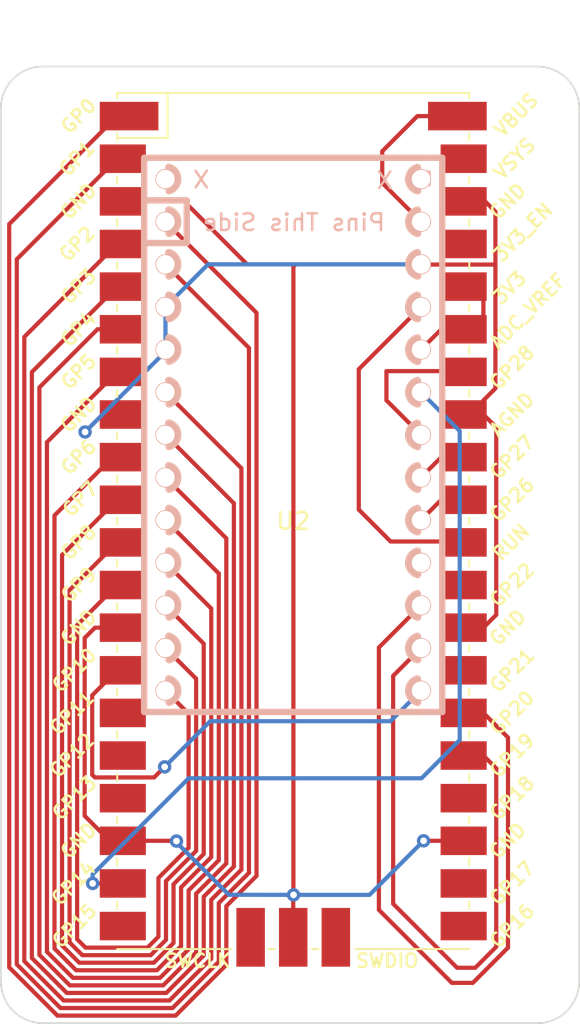
<source format=kicad_pcb>
(kicad_pcb (version 20211014) (generator pcbnew)
  (layers (0 "F.Cu" signal) (31 "B.Cu" signal) (34 "B.Paste" user) (35 "F.Paste" user) (36 "B.SilkS" user "B.Silkscreen") (37 "F.SilkS" user "F.Silkscreen") (38 "B.Mask" user) (39 "F.Mask" user) (44 "Edge.Cuts" user))
  (net 0 "")
  (net 2 "Net-(U1-Pad1)")
  (net 3 "Net-(U1-Pad2)")
  (net 4 "Net-(U1-Pad23)")
  (net 5 "Net-(U1-Pad5)")
  (net 6 "Net-(U1-Pad6)")
  (net 7 "Net-(U1-Pad7)")
  (net 8 "Net-(U1-Pad8)")
  (net 9 "Net-(U1-Pad9)")
  (net 10 "Net-(U1-Pad10)")
  (net 11 "Net-(U1-Pad11)")
  (net 12 "Net-(U1-Pad12)")
  (net 13 "Net-(U1-Pad13)")
  (net 14 "Net-(U1-Pad14)")
  (net 15 "Net-(U1-Pad15)")
  (net 16 "Net-(U1-Pad16)")
  (net 17 "Net-(U1-Pad17)")
  (net 18 "Net-(U1-Pad18)")
  (net 19 "Net-(U1-Pad19)")
  (net 20 "Net-(U1-Pad20)")
  (net 21 "Net-(U1-Pad21)")
  (net 22 "Net-(U1-Pad22)")
  (net 23 "Net-(U1-Pad24)")
  (net 26 "Net-(U1-Pad28)")
  (net 27 "Net-(U1-Pad29)")
  (footprint "MCU_RaspberryPi_and_Boards:RPi_Pico_SMD_ONLY_small_pads" (layer "F.Cu") (at 136.939952 81.585)
    (fp_text reference "U2" (at 0 0) (layer "F.SilkS"))
    (fp_text value "Pico")
    (fp_text user "GND" (at 12.8 6.35 45) (layer "F.SilkS") (effects (font (size 0.8 0.8))))
    (fp_text user "SWCLK" (at -5.7 26.2) (layer "F.SilkS") (effects (font (size 0.8 0.8))))
    (fp_text user "GP15" (at -13.054 24.13 45) (layer "F.SilkS") (effects (font (size 0.8 0.8))))
    (fp_text user "GND" (at 12.8 19.05 45) (layer "F.SilkS") (effects (font (size 0.8 0.8))))
    (fp_text user "GP12" (at -13.2 13.97 45) (layer "F.SilkS") (effects (font (size 0.8 0.8))))
    (fp_text user "GP4" (at -12.8 -11.43 45) (layer "F.SilkS") (effects (font (size 0.8 0.8))))
    (fp_text user "SWDIO" (at 5.6 26.2) (layer "F.SilkS") (effects (font (size 0.8 0.8))))
    (fp_text user "GP20" (at 13.054 11.43 45) (layer "F.SilkS") (effects (font (size 0.8 0.8))))
    (fp_text user "GP27" (at 13.054 -3.8 45) (layer "F.SilkS") (effects (font (size 0.8 0.8))))
    (fp_text user "AGND" (at 13.054 -6.35 45) (layer "F.SilkS") (effects (font (size 0.8 0.8))))
    (fp_text user "GND" (at -12.8 -6.35 45) (layer "F.SilkS") (effects (font (size 0.8 0.8))))
    (fp_text user "3V3_EN" (at 13.7 -17.2 45) (layer "F.SilkS") (effects (font (size 0.8 0.8))))
    (fp_text user "GP3" (at -12.8 -13.97 45) (layer "F.SilkS") (effects (font (size 0.8 0.8))))
    (fp_text user "GP8" (at -12.8 1.27 45) (layer "F.SilkS") (effects (font (size 0.8 0.8))))
    (fp_text user "GP21" (at 13.054 8.9 45) (layer "F.SilkS") (effects (font (size 0.8 0.8))))
    (fp_text user "GP2" (at -12.9 -16.51 45) (layer "F.SilkS") (effects (font (size 0.8 0.8))))
    (fp_text user "GP22" (at 13.054 3.81 45) (layer "F.SilkS") (effects (font (size 0.8 0.8))))
    (fp_text user "GP11" (at -13.2 11.43 45) (layer "F.SilkS") (effects (font (size 0.8 0.8))))
    (fp_text user "GP6" (at -12.8 -3.81 45) (layer "F.SilkS") (effects (font (size 0.8 0.8))))
    (fp_text user "VSYS" (at 13.2 -21.59 45) (layer "F.SilkS") (effects (font (size 0.8 0.8))))
    (fp_text user "GP17" (at 13.054 21.59 45) (layer "F.SilkS") (effects (font (size 0.8 0.8))))
    (fp_text user "GP18" (at 13.054 16.51 45) (layer "F.SilkS") (effects (font (size 0.8 0.8))))
    (fp_text user "ADC_VREF" (at 14 -12.5 45) (layer "F.SilkS") (effects (font (size 0.8 0.8))))
    (fp_text user "GP13" (at -13.054 16.51 45) (layer "F.SilkS") (effects (font (size 0.8 0.8))))
    (fp_text user "GP28" (at 13.054 -9.144 45) (layer "F.SilkS") (effects (font (size 0.8 0.8))))
    (fp_text user "GP10" (at -13.054 8.89 45) (layer "F.SilkS") (effects (font (size 0.8 0.8))))
    (fp_text user "GP16" (at 13.054 24.13 45) (layer "F.SilkS") (effects (font (size 0.8 0.8))))
    (fp_text user "GP0" (at -12.8 -24.13 45) (layer "F.SilkS") (effects (font (size 0.8 0.8))))
    (fp_text user "VBUS" (at 13.3 -24.2 45) (layer "F.SilkS") (effects (font (size 0.8 0.8))))
    (fp_text user "GP14" (at -13.1 21.59 45) (layer "F.SilkS") (effects (font (size 0.8 0.8))))
    (fp_text user "GP19" (at 13.054 13.97 45) (layer "F.SilkS") (effects (font (size 0.8 0.8))))
    (fp_text user "GP5" (at -12.8 -8.89 45) (layer "F.SilkS") (effects (font (size 0.8 0.8))))
    (fp_text user "GP1" (at -12.9 -21.6 45) (layer "F.SilkS") (effects (font (size 0.8 0.8))))
    (fp_text user "GP26" (at 13.054 -1.27 45) (layer "F.SilkS") (effects (font (size 0.8 0.8))))
    (fp_text user "GND" (at -12.8 6.35 45) (layer "F.SilkS") (effects (font (size 0.8 0.8))))
    (fp_text user "GND" (at -12.8 -19.05 45) (layer "F.SilkS") (effects (font (size 0.8 0.8))))
    (fp_text user "RUN" (at 13 1.27 45) (layer "F.SilkS") (effects (font (size 0.8 0.8))))
    (fp_text user "GP9" (at -12.8 3.81 45) (layer "F.SilkS") (effects (font (size 0.8 0.8))))
    (fp_text user "GND" (at 12.8 -19.05 45) (layer "F.SilkS") (effects (font (size 0.8 0.8))))
    (fp_text user "3V3" (at 12.9 -13.9 45) (layer "F.SilkS") (effects (font (size 0.8 0.8))))
    (fp_text user "GP7" (at -12.7 -1.3 45) (layer "F.SilkS") (effects (font (size 0.8 0.8))))
    (fp_text user "GND" (at -12.8 19.05 45) (layer "F.SilkS") (effects (font (size 0.8 0.8))))
    (fp_line (start 10.5 -2.7) (end 10.5 -2.3) (layer "F.SilkS") (width 0.12))
    (fp_line (start -10.5 12.5) (end -10.5 12.9) (layer "F.SilkS") (width 0.12))
    (fp_line (start -10.5 4.9) (end -10.5 5.3) (layer "F.SilkS") (width 0.12))
    (fp_line (start -10.5 -15.4) (end -10.5 -15) (layer "F.SilkS") (width 0.12))
    (fp_line (start -10.5 15.1) (end -10.5 15.5) (layer "F.SilkS") (width 0.12))
    (fp_line (start 10.5 10) (end 10.5 10.4) (layer "F.SilkS") (width 0.12))
    (fp_line (start -1.5 25.5) (end -1.1 25.5) (layer "F.SilkS") (width 0.12))
    (fp_line (start 10.5 -23.1) (end 10.5 -22.7) (layer "F.SilkS") (width 0.12))
    (fp_line (start 10.5 7.4) (end 10.5 7.8) (layer "F.SilkS") (width 0.12))
    (fp_line (start -10.5 -10.4) (end -10.5 -10) (layer "F.SilkS") (width 0.12))
    (fp_line (start -10.5 -2.7) (end -10.5 -2.3) (layer "F.SilkS") (width 0.12))
    (fp_line (start 10.5 15.1) (end 10.5 15.5) (layer "F.SilkS") (width 0.12))
    (fp_line (start -10.5 -12.9) (end -10.5 -12.5) (layer "F.SilkS") (width 0.12))
    (fp_line (start -10.5 10) (end -10.5 10.4) (layer "F.SilkS") (width 0.12))
    (fp_line (start 10.5 -18) (end 10.5 -17.6) (layer "F.SilkS") (width 0.12))
    (fp_line (start -10.5 -20.5) (end -10.5 -20.1) (layer "F.SilkS") (width 0.12))
    (fp_line (start 1.1 25.5) (end 1.5 25.5) (layer "F.SilkS") (width 0.12))
    (fp_line (start -10.5 -25.5) (end 10.5 -25.5) (layer "F.SilkS") (width 0.12))
    (fp_line (start -10.5 -18) (end -10.5 -17.6) (layer "F.SilkS") (width 0.12))
    (fp_line (start -3.7 25.5) (end -10.5 25.5) (layer "F.SilkS") (width 0.12))
    (fp_line (start 10.5 -7.8) (end 10.5 -7.4) (layer "F.SilkS") (width 0.12))
    (fp_line (start 10.5 -15.4) (end 10.5 -15) (layer "F.SilkS") (width 0.12))
    (fp_line (start -10.5 22.7) (end -10.5 23.1) (layer "F.SilkS") (width 0.12))
    (fp_line (start 10.5 20.1) (end 10.5 20.5) (layer "F.SilkS") (width 0.12))
    (fp_line (start 10.5 22.7) (end 10.5 23.1) (layer "F.SilkS") (width 0.12))
    (fp_line (start 10.5 12.5) (end 10.5 12.9) (layer "F.SilkS") (width 0.12))
    (fp_line (start -10.5 7.4) (end -10.5 7.8) (layer "F.SilkS") (width 0.12))
    (fp_line (start -10.5 20.1) (end -10.5 20.5) (layer "F.SilkS") (width 0.12))
    (fp_line (start 10.5 -10.4) (end 10.5 -10) (layer "F.SilkS") (width 0.12))
    (fp_line (start 10.5 2.3) (end 10.5 2.7) (layer "F.SilkS") (width 0.12))
    (fp_line (start -10.5 -7.8) (end -10.5 -7.4) (layer "F.SilkS") (width 0.12))
    (fp_line (start -10.5 17.6) (end -10.5 18) (layer "F.SilkS") (width 0.12))
    (fp_line (start -10.5 -5.3) (end -10.5 -4.9) (layer "F.SilkS") (width 0.12))
    (fp_line (start -10.5 -0.2) (end -10.5 0.2) (layer "F.SilkS") (width 0.12))
    (fp_line (start -10.5 -25.5) (end -10.5 -25.2) (layer "F.SilkS") (width 0.12))
    (fp_line (start 10.5 -25.5) (end 10.5 -25.2) (layer "F.SilkS") (width 0.12))
    (fp_line (start 10.5 -12.9) (end 10.5 -12.5) (layer "F.SilkS") (width 0.12))
    (fp_line (start -10.5 -22.833) (end -7.493 -22.833) (layer "F.SilkS") (width 0.12))
    (fp_line (start 10.5 -0.2) (end 10.5 0.2) (layer "F.SilkS") (width 0.12))
    (fp_line (start 10.5 -5.3) (end 10.5 -4.9) (layer "F.SilkS") (width 0.12))
    (fp_line (start -7.493 -22.833) (end -7.493 -25.5) (layer "F.SilkS") (width 0.12))
    (fp_line (start 10.5 4.9) (end 10.5 5.3) (layer "F.SilkS") (width 0.12))
    (fp_line (start 10.5 25.5) (end 3.7 25.5) (layer "F.SilkS") (width 0.12))
    (fp_line (start -10.5 2.3) (end -10.5 2.7) (layer "F.SilkS") (width 0.12))
    (fp_line (start 10.5 17.6) (end 10.5 18) (layer "F.SilkS") (width 0.12))
    (fp_line (start 10.5 -20.5) (end 10.5 -20.1) (layer "F.SilkS") (width 0.12))
    (fp_line (start -10.5 -23.1) (end -10.5 -22.7) (layer "F.SilkS") (width 0.12))
    (pad "1" smd rect (at -8.609992 -24.13) (size 3.5 1.7) (drill (offset -1.179912 0)) (layers "F.Cu" "F.Mask") (net 2 "Net-(U1-Pad1)"))
    (pad "2" smd rect (at -8.984992 -21.59) (size 2.75 1.7) (drill (offset -1.179912 0)) (layers "F.Cu" "F.Mask") (net 3 "Net-(U1-Pad2)"))
    (pad "3" smd rect (at -8.984992 -19.05) (size 2.75 1.7) (drill (offset -1.179912 0)) (layers "F.Cu" "F.Mask") (net 4 "Net-(U1-Pad23)"))
    (pad "4" smd rect (at -8.984992 -16.51) (size 2.75 1.7) (drill (offset -1.179912 0)) (layers "F.Cu" "F.Mask") (net 5 "Net-(U1-Pad5)"))
    (pad "5" smd rect (at -8.984992 -13.97) (size 2.75 1.7) (drill (offset -1.179912 0)) (layers "F.Cu" "F.Mask") (net 6 "Net-(U1-Pad6)"))
    (pad "6" smd rect (at -8.984992 -11.43) (size 2.75 1.7) (drill (offset -1.179912 0)) (layers "F.Cu" "F.Mask") (net 7 "Net-(U1-Pad7)"))
    (pad "7" smd rect (at -8.984992 -8.89) (size 2.75 1.7) (drill (offset -1.179912 0)) (layers "F.Cu" "F.Mask") (net 8 "Net-(U1-Pad8)"))
    (pad "8" smd rect (at -8.984992 -6.35) (size 2.75 1.7) (drill (offset -1.179912 0)) (layers "F.Cu" "F.Mask") (net 4 "Net-(U1-Pad23)"))
    (pad "9" smd rect (at -8.984992 -3.81) (size 2.75 1.7) (drill (offset -1.179912 0)) (layers "F.Cu" "F.Mask") (net 9 "Net-(U1-Pad9)"))
    (pad "10" smd rect (at -8.984992 -1.27) (size 2.75 1.7) (drill (offset -1.179912 0)) (layers "F.Cu" "F.Mask") (net 10 "Net-(U1-Pad10)"))
    (pad "11" smd rect (at -8.984992 1.27) (size 2.75 1.7) (drill (offset -1.179912 0)) (layers "F.Cu" "F.Mask") (net 11 "Net-(U1-Pad11)"))
    (pad "12" smd rect (at -8.984992 3.81) (size 2.75 1.7) (drill (offset -1.179912 0)) (layers "F.Cu" "F.Mask") (net 12 "Net-(U1-Pad12)"))
    (pad "13" smd rect (at -8.984992 6.35) (size 2.75 1.7) (drill (offset -1.179912 0)) (layers "F.Cu" "F.Mask") (net 4 "Net-(U1-Pad23)"))
    (pad "14" smd rect (at -8.984992 8.89) (size 2.75 1.7) (drill (offset -1.179912 0)) (layers "F.Cu" "F.Mask") (net 13 "Net-(U1-Pad13)"))
    (pad "15" smd rect (at -8.984992 11.43) (size 2.75 1.7) (drill (offset -1.179912 0)) (layers "F.Cu" "F.Mask"))
    (pad "16" smd rect (at -8.984992 13.97) (size 2.75 1.7) (drill (offset -1.179912 0)) (layers "F.Cu" "F.Mask") (net 26 "Net-(U1-Pad28)"))
    (pad "17" smd rect (at -8.984992 16.51) (size 2.75 1.7) (drill (offset -1.179912 0)) (layers "F.Cu" "F.Mask") (net 27 "Net-(U1-Pad29)"))
    (pad "18" smd rect (at -8.984992 19.05) (size 2.75 1.7) (drill (offset -1.179912 0)) (layers "F.Cu" "F.Mask") (net 4 "Net-(U1-Pad23)"))
    (pad "19" smd rect (at -8.984992 21.59) (size 2.75 1.7) (drill (offset -1.179912 0)) (layers "F.Cu" "F.Mask") (net 20 "Net-(U1-Pad20)"))
    (pad "20" smd rect (at -8.984992 24.13) (size 2.75 1.7) (drill (offset -1.179912 0)) (layers "F.Cu" "F.Mask"))
    (pad "21" smd rect (at 11.344912 24.13) (size 2.75 1.7) (drill (offset -1.179912 0)) (layers "F.Cu" "F.Mask"))
    (pad "22" smd rect (at 11.344912 21.59) (size 2.75 1.7) (drill (offset -1.179912 0)) (layers "F.Cu" "F.Mask"))
    (pad "23" smd rect (at 11.344912 19.05) (size 2.75 1.7) (drill (offset -1.179912 0)) (layers "F.Cu" "F.Mask") (net 4 "Net-(U1-Pad23)"))
    (pad "24" smd rect (at 11.344912 16.51) (size 2.75 1.7) (drill (offset -1.179912 0)) (layers "F.Cu" "F.Mask") (net 16 "Net-(U1-Pad16)"))
    (pad "25" smd rect (at 11.344912 13.97) (size 2.75 1.7) (drill (offset -1.179912 0)) (layers "F.Cu" "F.Mask") (net 14 "Net-(U1-Pad14)"))
    (pad "26" smd rect (at 11.344912 11.43) (size 2.75 1.7) (drill (offset -1.179912 0)) (layers "F.Cu" "F.Mask") (net 15 "Net-(U1-Pad15)"))
    (pad "27" smd rect (at 11.344912 8.89) (size 2.75 1.7) (drill (offset -1.179912 0)) (layers "F.Cu" "F.Mask"))
    (pad "28" smd rect (at 11.344912 6.35) (size 2.75 1.7) (drill (offset -1.179912 0)) (layers "F.Cu" "F.Mask") (net 4 "Net-(U1-Pad23)"))
    (pad "29" smd rect (at 11.344912 3.81) (size 2.75 1.7) (drill (offset -1.179912 0)) (layers "F.Cu" "F.Mask"))
    (pad "30" smd rect (at 11.344912 1.27) (size 2.75 1.7) (drill (offset -1.179912 0)) (layers "F.Cu" "F.Mask") (net 22 "Net-(U1-Pad22)"))
    (pad "31" smd rect (at 11.344912 -1.27) (size 2.75 1.7) (drill (offset -1.179912 0)) (layers "F.Cu" "F.Mask") (net 17 "Net-(U1-Pad17)"))
    (pad "32" smd rect (at 11.344912 -3.81) (size 2.75 1.7) (drill (offset -1.179912 0)) (layers "F.Cu" "F.Mask") (net 18 "Net-(U1-Pad18)"))
    (pad "33" smd rect (at 11.344912 -6.35) (size 2.75 1.7) (drill (offset -1.179912 0)) (layers "F.Cu" "F.Mask") (net 4 "Net-(U1-Pad23)"))
    (pad "34" smd rect (at 11.344912 -8.89) (size 2.75 1.7) (drill (offset -1.179912 0)) (layers "F.Cu" "F.Mask") (net 19 "Net-(U1-Pad19)"))
    (pad "35" smd rect (at 11.344912 -11.43) (size 2.75 1.7) (drill (offset -1.179912 0)) (layers "F.Cu" "F.Mask") (net 21 "Net-(U1-Pad21)"))
    (pad "36" smd rect (at 11.344912 -13.97) (size 2.75 1.7) (drill (offset -1.179912 0)) (layers "F.Cu" "F.Mask") (net 21 "Net-(U1-Pad21)"))
    (pad "37" smd rect (at 11.344912 -16.51) (size 2.75 1.7) (drill (offset -1.179912 0)) (layers "F.Cu" "F.Mask"))
    (pad "38" smd rect (at 11.344912 -19.05) (size 2.75 1.7) (drill (offset -1.179912 0)) (layers "F.Cu" "F.Mask") (net 4 "Net-(U1-Pad23)"))
    (pad "39" smd rect (at 11.344912 -21.59) (size 2.75 1.7) (drill (offset -1.179912 0)) (layers "F.Cu" "F.Mask"))
    (pad "40" smd rect (at 10.969912 -24.13) (size 3.5 1.7) (drill (offset -1.179912 0)) (layers "F.Cu" "F.Mask") (net 23 "Net-(U1-Pad24)"))
    (pad "41" smd rect (at -2.54 23.9 90) (size 3.5 1.7) (drill (offset -0.9 0)) (layers "F.Cu" "F.Mask"))
    (pad "42" smd rect (at 0 23.9 90) (size 3.5 1.7) (drill (offset -0.9 0)) (layers "F.Cu" "F.Mask") (net 4 "Net-(U1-Pad23)"))
    (pad "43" smd rect (at 2.54 23.9 90) (size 3.5 1.7) (drill (offset -0.9 0)) (layers "F.Cu" "F.Mask"))
  )
  (footprint "keebio-components-master:KB2040 (modified from Elite-C-castellated-24pin-holes)" (layer "B.Cu") (at 136.94 77.71675 -90)
    (fp_text reference "U1" hide)
    (fp_text value "KB2040" hide)
    (fp_text user "D-" (at -16.51 -6.42872 -180) (layer "B.SilkS") (effects (font (size 0.8 0.8)) (justify right mirror)))
    (fp_line (start 15.24 8.89) (end 15.24 -8.89) (layer "B.SilkS") (width 0.381))
    (fp_line (start 15.24 -8.89) (end -15.24 -8.89) (layer "B.SilkS") (width 0.381))
    (fp_line (start -15.24 -8.89) (end -17.78 -8.89) (layer "B.SilkS") (width 0.381))
    (fp_line (start -17.78 -8.89) (end -17.78 8.89) (layer "B.SilkS") (width 0.381))
    (fp_line (start -15.24 6.35) (end -12.7 6.35) (layer "B.SilkS") (width 0.381))
    (fp_line (start -17.78 8.89) (end -15.24 8.89) (layer "B.SilkS") (width 0.381))
    (fp_line (start -12.7 6.35) (end -12.7 8.89) (layer "B.SilkS") (width 0.381))
    (fp_line (start -15.24 8.89) (end 15.24 8.89) (layer "B.SilkS") (width 0.381))
    (fp_line (start -15.24 6.35) (end -15.24 8.89) (layer "B.SilkS") (width 0.381))
    (fp_line (start -17.78 -7.643326) (end -17.78 7.665545) (layer "F.SilkS") (width 0.381))
    (fp_line (start 15.24 7.628084) (end 15.24 -7.562161) (layer "F.SilkS") (width 0.381))
    (pad "0" thru_hole custom (at -16.51 7.62 90) (size 1.2 1.2) (drill 1.0922) (layers *.Cu *.SilkS *.Mask) (options (clearance outline) (anchor circle)) (primitives (gr_arc (start 0.7 0.2) (mid 0.008953 0.727956) (end -0.69487 0.217155) (width 0.43815))))
    (pad "1" thru_hole custom (at -13.97 7.62 90) (size 1.2 1.2) (drill 1.0922) (layers *.Cu *.SilkS *.Mask) (net 2 "Net-(U1-Pad1)") (options (clearance outline) (anchor circle)) (primitives (gr_arc (start 0.7 0.2) (mid 0.008953 0.727956) (end -0.69487 0.217155) (width 0.43815))))
    (pad "2" thru_hole custom (at -11.43 7.62 90) (size 1.2 1.2) (drill 1.0922) (layers *.Cu *.SilkS *.Mask) (net 3 "Net-(U1-Pad2)") (options (clearance outline) (anchor circle)) (primitives (gr_arc (start 0.7 0.2) (mid 0.008953 0.727956) (end -0.69487 0.217155) (width 0.43815))))
    (pad "3" thru_hole custom (at -8.89 7.62 90) (size 1.2 1.2) (drill 1.0922) (layers *.Cu *.SilkS *.Mask) (net 4 "Net-(U1-Pad23)") (options (clearance outline) (anchor circle)) (primitives (gr_arc (start 0.7 0.2) (mid 0.008953 0.727956) (end -0.69487 0.217155) (width 0.43815))))
    (pad "4" thru_hole custom (at -6.35 7.62 90) (size 1.2 1.2) (drill 1.0922) (layers *.Cu *.SilkS *.Mask) (net 4 "Net-(U1-Pad23)") (options (clearance outline) (anchor circle)) (primitives (gr_arc (start 0.7 0.2) (mid 0.008953 0.727956) (end -0.69487 0.217155) (width 0.43815))))
    (pad "5" thru_hole custom (at -3.81 7.62 90) (size 1.2 1.2) (drill 1.0922) (layers *.Cu *.SilkS *.Mask) (net 5 "Net-(U1-Pad5)") (options (clearance outline) (anchor circle)) (primitives (gr_arc (start 0.7 0.2) (mid 0.008953 0.727956) (end -0.69487 0.217155) (width 0.43815))))
    (pad "6" thru_hole custom (at -1.27 7.62 90) (size 1.2 1.2) (drill 1.0922) (layers *.Cu *.SilkS *.Mask) (net 6 "Net-(U1-Pad6)") (options (clearance outline) (anchor circle)) (primitives (gr_arc (start 0.7 0.2) (mid 0.008953 0.727956) (end -0.69487 0.217155) (width 0.43815))))
    (pad "7" thru_hole custom (at 1.27 7.62 90) (size 1.2 1.2) (drill 1.0922) (layers *.Cu *.SilkS *.Mask) (net 7 "Net-(U1-Pad7)") (options (clearance outline) (anchor circle)) (primitives (gr_arc (start 0.7 0.2) (mid 0.008953 0.727956) (end -0.69487 0.217155) (width 0.43815))))
    (pad "8" thru_hole custom (at 3.81 7.62 90) (size 1.2 1.2) (drill 1.0922) (layers *.Cu *.SilkS *.Mask) (net 8 "Net-(U1-Pad8)") (options (clearance outline) (anchor circle)) (primitives (gr_arc (start 0.7 0.2) (mid 0.008953 0.727956) (end -0.69487 0.217155) (width 0.43815))))
    (pad "9" thru_hole custom (at 6.35 7.62 90) (size 1.2 1.2) (drill 1.0922) (layers *.Cu *.SilkS *.Mask) (net 9 "Net-(U1-Pad9)") (options (clearance outline) (anchor circle)) (primitives (gr_arc (start 0.7 0.2) (mid 0.008953 0.727956) (end -0.69487 0.217155) (width 0.43815))))
    (pad "10" thru_hole custom (at 8.89 7.62 90) (size 1.2 1.2) (drill 1.0922) (layers *.Cu *.SilkS *.Mask) (net 10 "Net-(U1-Pad10)") (options (clearance outline) (anchor circle)) (primitives (gr_arc (start 0.7 0.2) (mid 0.008953 0.727956) (end -0.69487 0.217155) (width 0.43815))))
    (pad "11" thru_hole custom (at 11.43 7.62 90) (size 1.2 1.2) (drill 1.0922) (layers *.Cu *.SilkS *.Mask) (net 11 "Net-(U1-Pad11)") (options (clearance outline) (anchor circle)) (primitives (gr_arc (start 0.7 0.2) (mid 0.008953 0.727956) (end -0.69487 0.217155) (width 0.43815))))
    (pad "12" thru_hole custom (at 13.97 7.62 90) (size 1.2 1.2) (drill 1.0922) (layers *.Cu *.SilkS *.Mask) (net 12 "Net-(U1-Pad12)") (options (clearance outline) (anchor circle)) (primitives (gr_arc (start 0.7 0.2) (mid 0.008953 0.727956) (end -0.69487 0.217155) (width 0.43815))))
    (pad "13" thru_hole custom (at 13.97 -7.62 270) (size 1.2 1.2) (drill 1.0922) (layers *.Cu *.SilkS *.Mask) (net 13 "Net-(U1-Pad13)") (options (clearance outline) (anchor circle)) (primitives (gr_arc (start 0.7 0.2) (mid 0.008953 0.727956) (end -0.69487 0.217155) (width 0.43815))))
    (pad "14" thru_hole custom (at 11.43 -7.62 270) (size 1.2 1.2) (drill 1.0922) (layers *.Cu *.SilkS *.Mask) (net 14 "Net-(U1-Pad14)") (options (clearance outline) (anchor circle)) (primitives (gr_arc (start 0.7 0.2) (mid 0.008953 0.727956) (end -0.69487 0.217155) (width 0.43815))))
    (pad "15" thru_hole custom (at 8.89 -7.62 270) (size 1.2 1.2) (drill 1.0922) (layers *.Cu *.SilkS *.Mask) (net 15 "Net-(U1-Pad15)") (options (clearance outline) (anchor circle)) (primitives (gr_arc (start 0.7 0.2) (mid 0.008953 0.727956) (end -0.69487 0.217155) (width 0.43815))))
    (pad "16" thru_hole custom (at 6.35 -7.62 270) (size 1.2 1.2) (drill 1.0922) (layers *.Cu *.SilkS *.Mask) (net 16 "Net-(U1-Pad16)") (options (clearance outline) (anchor circle)) (primitives (gr_arc (start 0.7 0.2) (mid 0.008953 0.727956) (end -0.69487 0.217155) (width 0.43815))))
    (pad "17" thru_hole custom (at 3.81 -7.62 270) (size 1.2 1.2) (drill 1.0922) (layers *.Cu *.SilkS *.Mask) (net 17 "Net-(U1-Pad17)") (options (clearance outline) (anchor circle)) (primitives (gr_arc (start 0.7 0.2) (mid 0.008953 0.727956) (end -0.69487 0.217155) (width 0.43815))))
    (pad "18" thru_hole custom (at 1.27 -7.62 270) (size 1.2 1.2) (drill 1.0922) (layers *.Cu *.SilkS *.Mask) (net 18 "Net-(U1-Pad18)") (options (clearance outline) (anchor circle)) (primitives (gr_arc (start 0.7 0.2) (mid 0.008953 0.727956) (end -0.69487 0.217155) (width 0.43815))))
    (pad "19" thru_hole custom (at -1.27 -7.62 270) (size 1.2 1.2) (drill 1.0922) (layers *.Cu *.SilkS *.Mask) (net 19 "Net-(U1-Pad19)") (options (clearance outline) (anchor circle)) (primitives (gr_arc (start 0.7 0.2) (mid 0.008953 0.727956) (end -0.69487 0.217155) (width 0.43815))))
    (pad "20" thru_hole custom (at -3.81 -7.62 270) (size 1.2 1.2) (drill 1.0922) (layers *.Cu *.SilkS *.Mask) (net 20 "Net-(U1-Pad20)") (options (clearance outline) (anchor circle)) (primitives (gr_arc (start 0.7 0.2) (mid 0.008953 0.727956) (end -0.69487 0.217155) (width 0.43815))))
    (pad "21" thru_hole custom (at -6.35 -7.62 270) (size 1.2 1.2) (drill 1.0922) (layers *.Cu *.SilkS *.Mask) (net 21 "Net-(U1-Pad21)") (options (clearance outline) (anchor circle)) (primitives (gr_arc (start 0.7 0.2) (mid 0.008953 0.727956) (end -0.69487 0.217155) (width 0.43815))))
    (pad "22" thru_hole custom (at -8.89 -7.62 270) (size 1.2 1.2) (drill 1.0922) (layers *.Cu *.SilkS *.Mask) (net 22 "Net-(U1-Pad22)") (options (clearance outline) (anchor circle)) (primitives (gr_arc (start 0.7 0.2) (mid 0.008953 0.727956) (end -0.69487 0.217155) (width 0.43815))))
    (pad "23" thru_hole custom (at -11.43 -7.62 270) (size 1.2 1.2) (drill 1.0922) (layers *.Cu *.SilkS *.Mask) (net 4 "Net-(U1-Pad23)") (options (clearance outline) (anchor circle)) (primitives (gr_arc (start 0.7 0.2) (mid 0.008953 0.727956) (end -0.69487 0.217155) (width 0.43815))))
    (pad "24" thru_hole custom (at -13.97 -7.62 270) (size 1.2 1.2) (drill 1.0922) (layers *.Cu *.SilkS *.Mask) (net 23 "Net-(U1-Pad24)") (options (clearance outline) (anchor circle)) (primitives (gr_arc (start 0.7 0.2) (mid 0.008953 0.727956) (end -0.69487 0.217155) (width 0.43815))))
    (pad "25" thru_hole custom (at -16.51 -7.62 270) (size 1.2 1.2) (drill 1.0922) (layers *.Cu *.SilkS *.Mask) (options (clearance outline) (anchor circle)) (primitives (gr_arc (start 0.7 0.2) (mid 0.008953 0.727956) (end -0.69487 0.217155) (width 0.43815))))
  )
  (gr_arc (start 154 109) (mid 153.267767 110.767767) (end 151.5 111.5) (layer "Edge.Cuts") (width 0.1))
  (gr_line (start 119.5 109) (end 119.5 57) (layer "Edge.Cuts") (width 0.1))
  (gr_line (start 151.5 111.5) (end 122 111.5) (layer "Edge.Cuts") (width 0.1))
  (gr_line (start 122 54.5) (end 151.5 54.5) (layer "Edge.Cuts") (width 0.1))
  (gr_arc (start 122 111.5) (mid 120.232233 110.767767) (end 119.5 109) (layer "Edge.Cuts") (width 0.1))
  (gr_arc (start 151.5 54.5) (mid 153.267767 55.232233) (end 154 57) (layer "Edge.Cuts") (width 0.1))
  (gr_arc (start 119.5 57) (mid 120.232233 55.232233) (end 122 54.5) (layer "Edge.Cuts") (width 0.1))
  (gr_line (start 154 57) (end 154 109) (layer "Edge.Cuts") (width 0.1))
  (gr_text "Pins This Side" (at 136.98 63.79) (layer "B.SilkS") (effects (font (size 1 1)) (justify mirror)))
  (gr_text "X" (at 142.4 61.29) (layer "B.SilkS") (effects (font (size 1 1)) (justify mirror)))
  (gr_text "X" (at 131.45 61.25) (layer "B.SilkS") (effects (font (size 1 1)) (justify mirror)))
  (segment (start 126.440048 57.455) (end 120 63.895048) (width 0.25) (layer "F.Cu") (net 2))
  (segment (start 120 63.895048) (end 120 108.177564) (width 0.25) (layer "F.Cu") (net 2))
  (segment (start 129.927564 111.05) (end 132.95 108.027564) (width 0.25) (layer "F.Cu") (net 2))
  (segment (start 128.32996 57.455) (end 126.440048 57.455) (width 0.25) (layer "F.Cu") (net 2))
  (segment (start 122.872436 111.05) (end 129.927564 111.05) (width 0.25) (layer "F.Cu") (net 2))
  (segment (start 120 108.177564) (end 122.872436 111.05) (width 0.25) (layer "F.Cu") (net 2))
  (segment (start 132.95 108.027564) (end 132.95 104.527564) (width 0.25) (layer "F.Cu") (net 2))
  (segment (start 132.95 104.527564) (end 134.75 102.727564) (width 0.25) (layer "F.Cu") (net 2))
  (segment (start 134.75 102.727564) (end 134.75 69.17675) (width 0.25) (layer "F.Cu") (net 2))
  (segment (start 134.75 69.17675) (end 129.32 63.74675) (width 0.25) (layer "F.Cu") (net 2))
  (segment (start 134.3 71.26675) (end 129.32 66.28675) (width 0.25) (layer "F.Cu") (net 3))
  (segment (start 132.5 107.841168) (end 132.5 104.341168) (width 0.25) (layer "F.Cu") (net 3))
  (segment (start 123.058832 110.6) (end 129.741168 110.6) (width 0.25) (layer "F.Cu") (net 3))
  (segment (start 127.95496 59.995) (end 126.440048 59.995) (width 0.25) (layer "F.Cu") (net 3))
  (segment (start 120.45 107.991168) (end 123.058832 110.6) (width 0.25) (layer "F.Cu") (net 3))
  (segment (start 132.5 104.341168) (end 134.3 102.541168) (width 0.25) (layer "F.Cu") (net 3))
  (segment (start 120.45 65.985048) (end 120.45 107.991168) (width 0.25) (layer "F.Cu") (net 3))
  (segment (start 126.440048 59.995) (end 120.45 65.985048) (width 0.25) (layer "F.Cu") (net 3))
  (segment (start 134.3 102.541168) (end 134.3 71.26675) (width 0.25) (layer "F.Cu") (net 3))
  (segment (start 129.741168 110.6) (end 132.5 107.841168) (width 0.25) (layer "F.Cu") (net 3))
  (segment (start 129.9755 100.65) (end 129.9605 100.635) (width 0.25) (layer "F.Cu") (net 4))
  (segment (start 149 66.3) (end 149 73.674952) (width 0.25) (layer "F.Cu") (net 4))
  (segment (start 149 66.3) (end 144.57325 66.3) (width 0.25) (layer "F.Cu") (net 4))
  (segment (start 134.18675 66.28675) (end 130.35 62.45) (width 0.25) (layer "F.Cu") (net 4))
  (segment (start 149 73.674952) (end 148.284864 74.390088) (width 0.25) (layer "F.Cu") (net 4))
  (segment (start 136.939952 105.485) (end 136.939952 103.874232) (width 0.25) (layer "F.Cu") (net 4))
  (segment (start 130.35 62.45) (end 128.03996 62.45) (width 0.25) (layer "F.Cu") (net 4))
  (segment (start 148.284864 74.390088) (end 148.284864 75.235) (width 0.25) (layer "F.Cu") (net 4))
  (segment (start 125.985 100.635) (end 124.5 99.15) (width 0.25) (layer "F.Cu") (net 4))
  (segment (start 124.525 76.275) (end 125.565 75.235) (width 0.25) (layer "F.Cu") (net 4))
  (segment (start 148.385 62.535) (end 149 63.15) (width 0.25) (layer "F.Cu") (net 4))
  (segment (start 149.05 87.169864) (end 148.284864 87.935) (width 0.25) (layer "F.Cu") (net 4))
  (segment (start 149 63.15) (end 149 66.3) (width 0.25) (layer "F.Cu") (net 4))
  (segment (start 144.56 66.28675) (end 137.08675 66.28675) (width 0.25) (layer "F.Cu") (net 4))
  (segment (start 144.715 100.635) (end 148.284864 100.635) (width 0.25) (layer "F.Cu") (net 4))
  (segment (start 136.939952 103.874232) (end 136.958357 103.855827) (width 0.25) (layer "F.Cu") (net 4))
  (segment (start 136.95 103.84747) (end 136.958357 103.855827) (width 0.25) (layer "F.Cu") (net 4))
  (segment (start 144.57325 66.3) (end 144.56 66.28675) (width 0.25) (layer "F.Cu") (net 4))
  (segment (start 129.9605 100.635) (end 127.95496 100.635) (width 0.25) (layer "F.Cu") (net 4))
  (segment (start 137.08675 66.28675) (end 134.18675 66.28675) (width 0.25) (layer "F.Cu") (net 4))
  (segment (start 136.95 66.4235) (end 136.95 103.84747) (width 0.25) (layer "F.Cu") (net 4))
  (segment (start 128.03996 62.45) (end 127.95496 62.535) (width 0.25) (layer "F.Cu") (net 4))
  (segment (start 124.5 88.55) (end 125.115 87.935) (width 0.25) (layer "F.Cu") (net 4))
  (segment (start 124.5 99.15) (end 124.5 88.55) (width 0.25) (layer "F.Cu") (net 4))
  (segment (start 137.08675 66.28675) (end 136.95 66.4235) (width 0.25) (layer "F.Cu") (net 4))
  (segment (start 125.565 75.235) (end 127.95496 75.235) (width 0.25) (layer "F.Cu") (net 4))
  (segment (start 148.284864 62.535) (end 148.385 62.535) (width 0.25) (layer "F.Cu") (net 4))
  (segment (start 127.95496 100.635) (end 125.985 100.635) (width 0.25) (layer "F.Cu") (net 4))
  (segment (start 125.115 87.935) (end 127.95496 87.935) (width 0.25) (layer "F.Cu") (net 4))
  (segment (start 148.284864 75.235) (end 149.05 76.000136) (width 0.25) (layer "F.Cu") (net 4))
  (segment (start 149.05 76.000136) (end 149.05 87.169864) (width 0.25) (layer "F.Cu") (net 4))
  (via (at 136.958357 103.855827) (size 0.8) (drill 0.4) (layers "F.Cu" "B.Cu") (net 4))
  (via (at 124.525 76.275) (size 0.8) (drill 0.4) (layers "F.Cu" "B.Cu") (net 4))
  (via (at 144.715 100.635) (size 0.8) (drill 0.4) (layers "F.Cu" "B.Cu") (net 4))
  (via (at 129.9755 100.65) (size 0.8) (drill 0.4) (layers "F.Cu" "B.Cu") (net 4))
  (segment (start 129.9755 100.65) (end 129.9755 100.7255) (width 0.25) (layer "B.Cu") (net 4))
  (segment (start 136.958357 103.855827) (end 136.95 103.85) (width 0.25) (layer "B.Cu") (net 4))
  (segment (start 129.32 71.48) (end 124.525 76.275) (width 0.25) (layer "B.Cu") (net 4))
  (segment (start 129.9755 100.7255) (end 133.1 103.85) (width 0.25) (layer "B.Cu") (net 4))
  (segment (start 129.32 68.82675) (end 129.32 71.36675) (width 0.25) (layer "B.Cu") (net 4))
  (segment (start 131.86 66.28675) (end 129.32 68.82675) (width 0.25) (layer "B.Cu") (net 4))
  (segment (start 124.525 76.275) (end 124.5 76.3) (width 0.25) (layer "B.Cu") (net 4))
  (segment (start 144.56 66.28675) (end 131.86 66.28675) (width 0.25) (layer "B.Cu") (net 4))
  (segment (start 141.494173 103.855827) (end 144.715 100.635) (width 0.25) (layer "B.Cu") (net 4))
  (segment (start 129.32 71.36675) (end 129.32 71.48) (width 0.25) (layer "B.Cu") (net 4))
  (segment (start 136.958357 103.855827) (end 141.494173 103.855827) (width 0.25) (layer "B.Cu") (net 4))
  (segment (start 133.1 103.85) (end 136.958357 103.855827) (width 0.25) (layer "B.Cu") (net 4))
  (segment (start 127.95496 65.075) (end 126.440048 65.075) (width 0.25) (layer "F.Cu") (net 5))
  (segment (start 133.85 102.354772) (end 133.85 78.43675) (width 0.25) (layer "F.Cu") (net 5))
  (segment (start 129.554772 110.15) (end 132.05 107.654772) (width 0.25) (layer "F.Cu") (net 5))
  (segment (start 126.440048 65.075) (end 120.9 70.615048) (width 0.25) (layer "F.Cu") (net 5))
  (segment (start 133.85 78.43675) (end 129.32 73.90675) (width 0.25) (layer "F.Cu") (net 5))
  (segment (start 120.9 70.615048) (end 120.9 107.804772) (width 0.25) (layer "F.Cu") (net 5))
  (segment (start 123.245228 110.15) (end 129.554772 110.15) (width 0.25) (layer "F.Cu") (net 5))
  (segment (start 132.05 107.654772) (end 132.05 104.154772) (width 0.25) (layer "F.Cu") (net 5))
  (segment (start 120.9 107.804772) (end 123.245228 110.15) (width 0.25) (layer "F.Cu") (net 5))
  (segment (start 132.05 104.154772) (end 133.85 102.354772) (width 0.25) (layer "F.Cu") (net 5))
  (segment (start 127.95496 67.615) (end 126.440048 67.615) (width 0.25) (layer "F.Cu") (net 6))
  (segment (start 133.4 80.52675) (end 129.32 76.44675) (width 0.25) (layer "F.Cu") (net 6))
  (segment (start 131.6 107.468376) (end 131.6 103.968376) (width 0.25) (layer "F.Cu") (net 6))
  (segment (start 126.440048 67.615) (end 121.35 72.705048) (width 0.25) (layer "F.Cu") (net 6))
  (segment (start 123.431624 109.7) (end 129.368376 109.7) (width 0.25) (layer "F.Cu") (net 6))
  (segment (start 129.368376 109.7) (end 131.6 107.468376) (width 0.25) (layer "F.Cu") (net 6))
  (segment (start 131.6 103.968376) (end 133.4 102.168376) (width 0.25) (layer "F.Cu") (net 6))
  (segment (start 121.35 107.618376) (end 123.431624 109.7) (width 0.25) (layer "F.Cu") (net 6))
  (segment (start 133.4 102.168376) (end 133.4 80.52675) (width 0.25) (layer "F.Cu") (net 6))
  (segment (start 121.35 72.705048) (end 121.35 107.618376) (width 0.25) (layer "F.Cu") (net 6))
  (segment (start 129.18198 109.25) (end 131.15 107.28198) (width 0.25) (layer "F.Cu") (net 7))
  (segment (start 121.8 73.62) (end 121.8 107.43198) (width 0.25) (layer "F.Cu") (net 7))
  (segment (start 125.265 70.155) (end 121.8 73.62) (width 0.25) (layer "F.Cu") (net 7))
  (segment (start 131.15 107.28198) (end 131.15 103.78198) (width 0.25) (layer "F.Cu") (net 7))
  (segment (start 132.95 101.98198) (end 132.95 82.61675) (width 0.25) (layer "F.Cu") (net 7))
  (segment (start 121.8 107.43198) (end 123.61802 109.25) (width 0.25) (layer "F.Cu") (net 7))
  (segment (start 132.95 82.61675) (end 129.32 78.98675) (width 0.25) (layer "F.Cu") (net 7))
  (segment (start 127.95496 70.155) (end 125.265 70.155) (width 0.25) (layer "F.Cu") (net 7))
  (segment (start 123.61802 109.25) (end 129.18198 109.25) (width 0.25) (layer "F.Cu") (net 7))
  (segment (start 131.15 103.78198) (end 132.95 101.98198) (width 0.25) (layer "F.Cu") (net 7))
  (segment (start 122.25 76.885048) (end 122.25 107.245584) (width 0.25) (layer "F.Cu") (net 8))
  (segment (start 132.5 101.795584) (end 132.5 84.70675) (width 0.25) (layer "F.Cu") (net 8))
  (segment (start 130.7 107.095584) (end 130.7 103.595584) (width 0.25) (layer "F.Cu") (net 8))
  (segment (start 127.95496 72.695) (end 126.440048 72.695) (width 0.25) (layer "F.Cu") (net 8))
  (segment (start 132.5 84.70675) (end 129.32 81.52675) (width 0.25) (layer "F.Cu") (net 8))
  (segment (start 128.995584 108.8) (end 130.7 107.095584) (width 0.25) (layer "F.Cu") (net 8))
  (segment (start 130.7 103.595584) (end 132.5 101.795584) (width 0.25) (layer "F.Cu") (net 8))
  (segment (start 123.804416 108.8) (end 128.995584 108.8) (width 0.25) (layer "F.Cu") (net 8))
  (segment (start 122.25 107.245584) (end 123.804416 108.8) (width 0.25) (layer "F.Cu") (net 8))
  (segment (start 126.440048 72.695) (end 122.25 76.885048) (width 0.25) (layer "F.Cu") (net 8))
  (segment (start 132.05 86.79675) (end 129.32 84.06675) (width 0.25) (layer "F.Cu") (net 9))
  (segment (start 128.809188 108.35) (end 130.25 106.909188) (width 0.25) (layer "F.Cu") (net 9))
  (segment (start 122.7 107.059188) (end 123.990812 108.35) (width 0.25) (layer "F.Cu") (net 9))
  (segment (start 126.175 77.775) (end 122.7 81.25) (width 0.25) (layer "F.Cu") (net 9))
  (segment (start 130.25 106.909188) (end 130.25 103.409188) (width 0.25) (layer "F.Cu") (net 9))
  (segment (start 130.25 103.409188) (end 132.05 101.609188) (width 0.25) (layer "F.Cu") (net 9))
  (segment (start 127.95496 77.775) (end 126.175 77.775) (width 0.25) (layer "F.Cu") (net 9))
  (segment (start 123.990812 108.35) (end 128.809188 108.35) (width 0.25) (layer "F.Cu") (net 9))
  (segment (start 132.05 101.609188) (end 132.05 86.79675) (width 0.25) (layer "F.Cu") (net 9))
  (segment (start 122.7 81.25) (end 122.7 107.059188) (width 0.25) (layer "F.Cu") (net 9))
  (segment (start 129.8 106.722792) (end 129.8 103.222792) (width 0.25) (layer "F.Cu") (net 10))
  (segment (start 127.95496 80.315) (end 126.440048 80.315) (width 0.25) (layer "F.Cu") (net 10))
  (segment (start 123.15 106.872792) (end 124.177208 107.9) (width 0.25) (layer "F.Cu") (net 10))
  (segment (start 124.177208 107.9) (end 128.622792 107.9) (width 0.25) (layer "F.Cu") (net 10))
  (segment (start 131.6 101.422792) (end 131.6 88.88675) (width 0.25) (layer "F.Cu") (net 10))
  (segment (start 128.622792 107.9) (end 129.8 106.722792) (width 0.25) (layer "F.Cu") (net 10))
  (segment (start 129.8 103.222792) (end 131.6 101.422792) (width 0.25) (layer "F.Cu") (net 10))
  (segment (start 123.15 83.605048) (end 123.15 106.872792) (width 0.25) (layer "F.Cu") (net 10))
  (segment (start 126.440048 80.315) (end 123.15 83.605048) (width 0.25) (layer "F.Cu") (net 10))
  (segment (start 131.6 88.88675) (end 129.32 86.60675) (width 0.25) (layer "F.Cu") (net 10))
  (segment (start 129.35 106.536396) (end 129.35 103.036396) (width 0.25) (layer "F.Cu") (net 11))
  (segment (start 131.15 101.236396) (end 131.15 90.97675) (width 0.25) (layer "F.Cu") (net 11))
  (segment (start 128.436396 107.45) (end 129.35 106.536396) (width 0.25) (layer "F.Cu") (net 11))
  (segment (start 129.35 103.036396) (end 131.15 101.236396) (width 0.25) (layer "F.Cu") (net 11))
  (segment (start 126.440048 82.855) (end 123.6 85.695048) (width 0.25) (layer "F.Cu") (net 11))
  (segment (start 131.15 90.97675) (end 129.32 89.14675) (width 0.25) (layer "F.Cu") (net 11))
  (segment (start 127.95496 82.855) (end 126.440048 82.855) (width 0.25) (layer "F.Cu") (net 11))
  (segment (start 123.6 106.686396) (end 124.363604 107.45) (width 0.25) (layer "F.Cu") (net 11))
  (segment (start 123.6 85.695048) (end 123.6 106.686396) (width 0.25) (layer "F.Cu") (net 11))
  (segment (start 124.363604 107.45) (end 128.436396 107.45) (width 0.25) (layer "F.Cu") (net 11))
  (segment (start 124.05 106.5) (end 124.55 107) (width 0.25) (layer "F.Cu") (net 12))
  (segment (start 124.05 87.785048) (end 124.05 106.5) (width 0.25) (layer "F.Cu") (net 12))
  (segment (start 128.9 106.35) (end 128.9 102.85) (width 0.25) (layer "F.Cu") (net 12))
  (segment (start 124.55 107) (end 128.25 107) (width 0.25) (layer "F.Cu") (net 12))
  (segment (start 128.25 107) (end 128.9 106.35) (width 0.25) (layer "F.Cu") (net 12))
  (segment (start 128.9 102.85) (end 130.7 101.05) (width 0.25) (layer "F.Cu") (net 12))
  (segment (start 127.95496 85.395) (end 126.440048 85.395) (width 0.25) (layer "F.Cu") (net 12))
  (segment (start 126.440048 85.395) (end 124.05 87.785048) (width 0.25) (layer "F.Cu") (net 12))
  (segment (start 130.7 93.06675) (end 129.32 91.68675) (width 0.25) (layer "F.Cu") (net 12))
  (segment (start 130.7 101.05) (end 130.7 93.06675) (width 0.25) (layer "F.Cu") (net 12))
  (segment (start 124.95 96.7) (end 124.95 91.965048) (width 0.25) (layer "F.Cu") (net 13))
  (segment (start 125.11 96.86) (end 124.95 96.7) (width 0.25) (layer "F.Cu") (net 13))
  (segment (start 124.95 91.965048) (end 126.440048 90.475) (width 0.25) (layer "F.Cu") (net 13))
  (segment (start 129.27 96.23) (end 128.64 96.86) (width 0.25) (layer "F.Cu") (net 13))
  (segment (start 126.440048 90.475) (end 127.95496 90.475) (width 0.25) (layer "F.Cu") (net 13))
  (segment (start 128.64 96.86) (end 125.11 96.86) (width 0.25) (layer "F.Cu") (net 13))
  (via (at 129.27 96.23) (size 0.8) (drill 0.4) (layers "F.Cu" "B.Cu") (net 13))
  (segment (start 129.27 96.23) (end 131.99 93.51) (width 0.25) (layer "B.Cu") (net 13))
  (segment (start 142.73675 93.51) (end 144.56 91.68675) (width 0.25) (layer "B.Cu") (net 13))
  (segment (start 131.99 93.51) (end 142.73675 93.51) (width 0.25) (layer "B.Cu") (net 13))
  (segment (start 149.05 106.95) (end 147.8 108.2) (width 0.25) (layer "F.Cu") (net 14))
  (segment (start 142.9 104.385048) (end 142.9 90.80675) (width 0.25) (layer "F.Cu") (net 14))
  (segment (start 147.8 108.2) (end 146.714952 108.2) (width 0.25) (layer "F.Cu") (net 14))
  (segment (start 149.05 96.320136) (end 149.05 106.95) (width 0.25) (layer "F.Cu") (net 14))
  (segment (start 148.284864 95.555) (end 149.05 96.320136) (width 0.25) (layer "F.Cu") (net 14))
  (segment (start 146.714952 108.2) (end 142.9 104.385048) (width 0.25) (layer "F.Cu") (net 14))
  (segment (start 142.9 90.80675) (end 144.56 89.14675) (width 0.25) (layer "F.Cu") (net 14))
  (segment (start 142.05 89.11675) (end 144.56 86.60675) (width 0.25) (layer "F.Cu") (net 15))
  (segment (start 142.05 104.75) (end 142.05 89.11675) (width 0.25) (layer "F.Cu") (net 15))
  (segment (start 149.75 107) (end 147.65 109.1) (width 0.25) (layer "F.Cu") (net 15))
  (segment (start 146.4 109.1) (end 142.05 104.75) (width 0.25) (layer "F.Cu") (net 15))
  (segment (start 148.284864 93.015) (end 149.75 94.480136) (width 0.25) (layer "F.Cu") (net 15))
  (segment (start 147.65 109.1) (end 146.4 109.1) (width 0.25) (layer "F.Cu") (net 15))
  (segment (start 149.75 94.480136) (end 149.75 107) (width 0.25) (layer "F.Cu") (net 15))
  (segment (start 148.284864 80.315) (end 145.77175 80.315) (width 0.25) (layer "F.Cu") (net 17))
  (segment (start 145.77175 80.315) (end 144.56 81.52675) (width 0.25) (layer "F.Cu") (net 17))
  (segment (start 148.284864 77.775) (end 145.77175 77.775) (width 0.25) (layer "F.Cu") (net 18))
  (segment (start 145.77175 77.775) (end 144.56 78.98675) (width 0.25) (layer "F.Cu") (net 18))
  (segment (start 142.5 74.38675) (end 144.56 76.44675) (width 0.25) (layer "F.Cu") (net 19))
  (segment (start 142.5 72.65) (end 142.5 74.38675) (width 0.25) (layer "F.Cu") (net 19))
  (segment (start 148.284864 72.695) (end 148.239864 72.65) (width 0.25) (layer "F.Cu") (net 19))
  (segment (start 148.239864 72.65) (end 142.5 72.65) (width 0.25) (layer "F.Cu") (net 19))
  (segment (start 127.95496 103.175) (end 124.975 103.175) (width 0.25) (layer "F.Cu") (net 20))
  (via (at 124.975 103.175) (size 0.8) (drill 0.4) (layers "F.Cu" "B.Cu") (net 20))
  (segment (start 146.87 94.63) (end 146.87 76.21675) (width 0.25) (layer "B.Cu") (net 20))
  (segment (start 130.7 96.91) (end 144.59 96.91) (width 0.25) (layer "B.Cu") (net 20))
  (segment (start 124.975 103.175) (end 124.975 102.635) (width 0.25) (layer "B.Cu") (net 20))
  (segment (start 124.975 102.635) (end 130.7 96.91) (width 0.25) (layer "B.Cu") (net 20))
  (segment (start 144.59 96.91) (end 146.87 94.63) (width 0.25) (layer "B.Cu") (net 20))
  (segment (start 146.87 76.21675) (end 144.56 73.90675) (width 0.25) (layer "B.Cu") (net 20))
  (segment (start 148.284864 67.615) (end 148.284864 70.155) (width 0.25) (layer "F.Cu") (net 21))
  (segment (start 145.77175 70.155) (end 144.56 71.36675) (width 0.25) (layer "F.Cu") (net 21))
  (segment (start 148.284864 70.155) (end 145.77175 70.155) (width 0.25) (layer "F.Cu") (net 21))
  (segment (start 148.284864 82.855) (end 148.229864 82.8) (width 0.25) (layer "F.Cu") (net 22))
  (segment (start 140.85 72.53675) (end 144.56 68.82675) (width 0.25) (layer "F.Cu") (net 22))
  (segment (start 140.85 80.9) (end 140.85 72.53675) (width 0.25) (layer "F.Cu") (net 22))
  (segment (start 142.75 82.8) (end 140.85 80.9) (width 0.25) (layer "F.Cu") (net 22))
  (segment (start 148.229864 82.8) (end 142.75 82.8) (width 0.25) (layer "F.Cu") (net 22))
  (segment (start 142.25 59.55) (end 142.25 61.43675) (width 0.25) (layer "F.Cu") (net 23))
  (segment (start 142.25 61.43675) (end 144.56 63.74675) (width 0.25) (layer "F.Cu") (net 23))
  (segment (start 147.909864 57.455) (end 144.345 57.455) (width 0.25) (layer "F.Cu") (net 23))
  (segment (start 144.345 57.455) (end 142.25 59.55) (width 0.25) (layer "F.Cu") (net 23))
)
</source>
